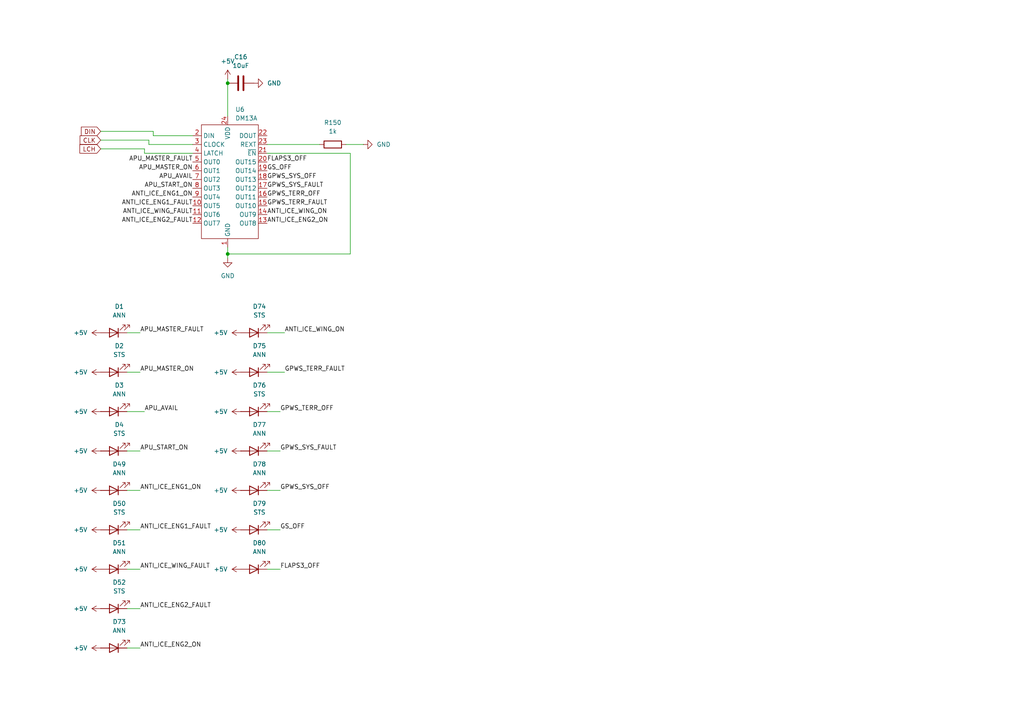
<source format=kicad_sch>
(kicad_sch (version 20231120) (generator "eeschema") (generator_version "8.0")
  (paper "A4")
  (lib_symbols
    (symbol "Custom_Symbols:DM13A"
      (property "Reference" "U" (at -7.62 15.875 0))
      (property "Value" "DM13A" (at 6.35 -19.685 0))
      (symbol "DM13A_0_0"
        (pin power_in line (at 0 -20.955 90) (length 2.54) (name "GND") (number "1"))
        (pin output line (at -10.16 -8.89 0) (length 2.54) (name "OUT5") (number "10"))
        (pin output line (at -10.16 -11.43 0) (length 2.54) (name "OUT6") (number "11"))
        (pin output line (at -10.16 -13.97 0) (length 2.54) (name "OUT7") (number "12"))
        (pin output line (at 11.43 -13.97 180) (length 2.54) (name "OUT8") (number "13"))
        (pin output line (at 11.43 -11.43 180) (length 2.54) (name "OUT9") (number "14"))
        (pin output line (at 11.43 -8.89 180) (length 2.54) (name "OUT10") (number "15"))
        (pin output line (at 11.43 -6.35 180) (length 2.54) (name "OUT11") (number "16"))
        (pin output line (at 11.43 -3.81 180) (length 2.54) (name "OUT12") (number "17"))
        (pin output line (at 11.43 -1.27 180) (length 2.54) (name "OUT13") (number "18"))
        (pin output line (at 11.43 1.27 180) (length 2.54) (name "OUT14") (number "19"))
        (pin input line (at -10.16 11.43 0) (length 2.54) (name "DIN") (number "2"))
        (pin output line (at 11.43 3.81 180) (length 2.54) (name "OUT15") (number "20"))
        (pin input line (at 11.43 6.35 180) (length 2.54) (name "~{EN}") (number "21"))
        (pin output line (at 11.43 11.43 180) (length 2.54) (name "DOUT") (number "22"))
        (pin input line (at 11.43 8.89 180) (length 2.54) (name "REXT") (number "23"))
        (pin power_in line (at 0 17.145 270) (length 2.54) (name "VDD") (number "24"))
        (pin input line (at -10.16 8.89 0) (length 2.54) (name "CLOCK") (number "3"))
        (pin input line (at -10.16 6.35 0) (length 2.54) (name "LATCH") (number "4"))
        (pin output line (at -10.16 3.81 0) (length 2.54) (name "OUT0") (number "5"))
        (pin output line (at -10.16 1.27 0) (length 2.54) (name "OUT1") (number "6"))
        (pin output line (at -10.16 -1.27 0) (length 2.54) (name "OUT2") (number "7"))
        (pin output line (at -10.16 -3.81 0) (length 2.54) (name "OUT3") (number "8"))
        (pin output line (at -10.16 -6.35 0) (length 2.54) (name "OUT4") (number "9"))
      )
      (symbol "DM13A_0_1"
        (rectangle (start -7.62 14.605) (end 8.89 -18.415))
      )
    )
    (symbol "Device:C" (pin_numbers hide) (pin_names (offset 0.254))
      (property "Reference" "C" (at 0.635 2.54 0))
      (property "Value" "C" (at 0.635 -2.54 0))
      (symbol "C_0_1"
        (polyline (pts (xy -2.032 -0.762) (xy 2.032 -0.762)) (stroke (width 0.508)))
        (polyline (pts (xy -2.032 0.762) (xy 2.032 0.762)) (stroke (width 0.508)))
      )
      (symbol "C_1_1"
        (pin passive line (at 0 3.81 270) (length 2.794) (name "~") (number "1"))
        (pin passive line (at 0 -3.81 90) (length 2.794) (name "~") (number "2"))
      )
    )
    (symbol "Device:LED" (pin_numbers hide) (pin_names (offset 1.016) hide)
      (property "Reference" "D" (at 0 2.54 0))
      (property "Value" "LED" (at 0 -2.54 0))
      (symbol "LED_0_1"
        (polyline (pts (xy -1.27 -1.27) (xy -1.27 1.27)) (stroke (width 0.254)))
        (polyline (pts (xy -1.27 0) (xy 1.27 0)))
        (polyline (pts (xy 1.27 -1.27) (xy 1.27 1.27) (xy -1.27 0) (xy 1.27 -1.27)) (stroke (width 0.254)))
        (polyline (pts (xy -3.048 -0.762) (xy -4.572 -2.286) (xy -3.81 -2.286) (xy -4.572 -2.286) (xy -4.572 -1.524)))
        (polyline (pts (xy -1.778 -0.762) (xy -3.302 -2.286) (xy -2.54 -2.286) (xy -3.302 -2.286) (xy -3.302 -1.524)))
      )
      (symbol "LED_1_1"
        (pin passive line (at -3.81 0 0) (length 2.54) (name "K") (number "1"))
        (pin passive line (at 3.81 0 180) (length 2.54) (name "A") (number "2"))
      )
    )
    (symbol "Device:R" (pin_numbers hide) (pin_names (offset 0))
      (property "Reference" "R" (at 2.032 0 90))
      (property "Value" "R" (at 0 0 90))
      (symbol "R_0_1"
        (rectangle (start -1.016 -2.54) (end 1.016 2.54) (stroke (width 0.254)))
      )
      (symbol "R_1_1"
        (pin passive line (at 0 3.81 270) (length 1.27) (name "~") (number "1"))
        (pin passive line (at 0 -3.81 90) (length 1.27) (name "~") (number "2"))
      )
    )
    (symbol "power:+5V" (power) (pin_numbers hide) (pin_names (offset 0) hide)
      (property "Value" "+5V" (at 0 3.556 0))
      (symbol "+5V_0_1"
        (polyline (pts (xy -0.762 1.27) (xy 0 2.54)))
        (polyline (pts (xy 0 0) (xy 0 2.54)))
        (polyline (pts (xy 0 2.54) (xy 0.762 1.27)))
      )
      (symbol "+5V_1_1"
        (pin power_in line (at 0 0 90) (length 0) (name "~") (number "1"))
      )
    )
    (symbol "power:GND" (power) (pin_numbers hide) (pin_names (offset 0) hide)
      (property "Value" "GND" (at 0 -3.81 0))
      (symbol "GND_0_1"
        (polyline (pts (xy 0 0) (xy 0 -1.27) (xy 1.27 -1.27) (xy 0 -2.54) (xy -1.27 -1.27) (xy 0 -1.27)))
      )
      (symbol "GND_1_1"
        (pin power_in line (at 0 0 270) (length 0) (name "~") (number "1"))
      )
    )
  )
  (junction (at 66.04 73.66))
  (junction (at 66.04 24.13))
  (wire (pts (xy 101.6 73.66) (xy 66.04 73.66)))
  (wire (pts (xy 43.18 41.91) (xy 55.88 41.91)))
  (wire (pts (xy 40.64 142.24) (xy 36.83 142.24)))
  (wire (pts (xy 29.21 38.1) (xy 44.45 38.1)))
  (wire (pts (xy 101.6 44.45) (xy 101.6 73.66)))
  (wire (pts (xy 81.28 142.24) (xy 77.47 142.24)))
  (wire (pts (xy 41.91 44.45) (xy 55.88 44.45)))
  (wire (pts (xy 41.91 119.38) (xy 36.83 119.38)))
  (wire (pts (xy 40.64 176.53) (xy 36.83 176.53)))
  (wire (pts (xy 66.04 24.13) (xy 66.04 33.655)))
  (wire (pts (xy 105.41 41.91) (xy 100.33 41.91)))
  (wire (pts (xy 66.04 74.93) (xy 66.04 73.66)))
  (wire (pts (xy 41.91 43.18) (xy 41.91 44.45)))
  (wire (pts (xy 82.55 96.52) (xy 77.47 96.52)))
  (wire (pts (xy 40.64 130.81) (xy 36.83 130.81)))
  (wire (pts (xy 40.64 165.1) (xy 36.83 165.1)))
  (wire (pts (xy 29.21 40.64) (xy 43.18 40.64)))
  (wire (pts (xy 40.64 187.96) (xy 36.83 187.96)))
  (wire (pts (xy 66.04 22.86) (xy 66.04 24.13)))
  (wire (pts (xy 77.47 44.45) (xy 101.6 44.45)))
  (wire (pts (xy 40.64 107.95) (xy 36.83 107.95)))
  (wire (pts (xy 81.28 153.67) (xy 77.47 153.67)))
  (wire (pts (xy 43.18 40.64) (xy 43.18 41.91)))
  (wire (pts (xy 66.04 73.66) (xy 66.04 71.755)))
  (wire (pts (xy 81.28 130.81) (xy 77.47 130.81)))
  (wire (pts (xy 77.47 119.38) (xy 81.28 119.38)))
  (wire (pts (xy 81.28 165.1) (xy 77.47 165.1)))
  (wire (pts (xy 29.21 43.18) (xy 41.91 43.18)))
  (wire (pts (xy 82.55 107.95) (xy 77.47 107.95)))
  (wire (pts (xy 44.45 38.1) (xy 44.45 39.37)))
  (wire (pts (xy 44.45 39.37) (xy 55.88 39.37)))
  (wire (pts (xy 92.71 41.91) (xy 77.47 41.91)))
  (wire (pts (xy 40.64 96.52) (xy 36.83 96.52)))
  (wire (pts (xy 40.64 153.67) (xy 36.83 153.67)))
  (label "GPWS_TERR_OFF" (at 81.28 119.38 0))
  (label "ANTI_ICE_WING_ON" (at 77.47 62.23 0))
  (label "APU_MASTER_ON" (at 55.88 49.53 180))
  (label "ANTI_ICE_WING_FAULT" (at 55.88 62.23 180))
  (label "APU_START_ON" (at 40.64 130.81 0))
  (label "ANTI_ICE_ENG1_ON" (at 55.88 57.15 180))
  (label "FLAPS3_OFF" (at 77.47 46.99 0))
  (label "ANTI_ICE_ENG2_FAULT" (at 40.64 176.53 0))
  (label "GPWS_TERR_OFF" (at 77.47 57.15 0))
  (label "GPWS_SYS_FAULT" (at 81.28 130.81 0))
  (label "FLAPS3_OFF" (at 81.28 165.1 0))
  (label "GPWS_SYS_FAULT" (at 77.47 54.61 0))
  (label "ANTI_ICE_ENG2_ON" (at 77.47 64.77 0))
  (label "ANTI_ICE_ENG1_FAULT" (at 55.88 59.69 180))
  (label "ANTI_ICE_ENG1_ON" (at 40.64 142.24 0))
  (label "GPWS_TERR_FAULT" (at 82.55 107.95 0))
  (label "GS_OFF" (at 77.47 49.53 0))
  (label "GPWS_TERR_FAULT" (at 77.47 59.69 0))
  (label "ANTI_ICE_ENG1_FAULT" (at 40.64 153.67 0))
  (label "GS_OFF" (at 81.28 153.67 0))
  (label "GPWS_SYS_OFF" (at 77.47 52.07 0))
  (label "APU_AVAIL" (at 55.88 52.07 180))
  (label "ANTI_ICE_WING_ON" (at 82.55 96.52 0))
  (label "APU_MASTER_ON" (at 40.64 107.95 0))
  (label "APU_START_ON" (at 55.88 54.61 180))
  (label "APU_AVAIL" (at 41.91 119.38 0))
  (label "APU_MASTER_FAULT" (at 40.64 96.52 0))
  (label "ANTI_ICE_ENG2_ON" (at 40.64 187.96 0))
  (label "GPWS_SYS_OFF" (at 81.28 142.24 0))
  (label "ANTI_ICE_WING_FAULT" (at 40.64 165.1 0))
  (label "APU_MASTER_FAULT" (at 55.88 46.99 180))
  (label "ANTI_ICE_ENG2_FAULT" (at 55.88 64.77 180))
  (global_label "LCH" (shape input) (at 29.21 43.18 180) (property "Intersheetrefs" "${INTERSHEET_REFS}" (effects (hide yes))))
  (global_label "CLK" (shape input) (at 29.21 40.64 180) (property "Intersheetrefs" "${INTERSHEET_REFS}" (effects (hide yes))))
  (global_label "DIN" (shape input) (at 29.21 38.1 180) (property "Intersheetrefs" "${INTERSHEET_REFS}" (effects (hide yes))))
  (symbol (lib_id "Device:LED") (at 33.02 153.67 180) (unit 1)
    (property "Reference" "D50" (at 34.6075 146.05 0))
    (property "Value" "STS" (at 34.6075 148.59 0))
    (property "Footprint" "LED_THT:LED_Rectangular_W3.9mm_H1.8mm_FlatTop" (effects (hide yes)))
    (property "Description" "Light emitting diode" (effects (hide yes)))
  )
  (symbol (lib_id "power:+5V") (at 29.21 165.1 90) (unit 1)
    (property "Reference" "#PWR068" (effects (hide yes)))
    (property "Value" "+5V" (at 25.4 165.0999 90) (effects (justify left)))
    (property "Description" "Power symbol creates a global label with name \"+5V\"" (effects (hide yes)))
  )
  (symbol (lib_id "Device:LED") (at 33.02 107.95 180) (unit 1)
    (property "Reference" "D2" (at 34.6075 100.33 0))
    (property "Value" "STS" (at 34.6075 102.87 0))
    (property "Footprint" "LED_THT:LED_Rectangular_W3.9mm_H1.8mm_FlatTop" (effects (hide yes)))
    (property "Description" "Light emitting diode" (effects (hide yes)))
  )
  (symbol (lib_id "Device:R") (at 96.52 41.91 90) (unit 1)
    (property "Reference" "R150" (at 96.52 35.56 90))
    (property "Value" "1k" (at 96.52 38.1 90))
    (property "Footprint" "Resistor_SMD:R_1206_3216Metric_Pad1.30x1.75mm_HandSolder" (effects (hide yes)))
    (property "Description" "Resistor" (effects (hide yes)))
  )
  (symbol (lib_id "Device:LED") (at 33.02 96.52 180) (unit 1)
    (property "Reference" "D1" (at 34.6075 88.9 0))
    (property "Value" "ANN" (at 34.6075 91.44 0))
    (property "Footprint" "LED_THT:LED_Rectangular_W3.9mm_H1.8mm_FlatTop" (effects (hide yes)))
    (property "Description" "Light emitting diode" (effects (hide yes)))
  )
  (symbol (lib_id "Device:LED") (at 73.66 142.24 180) (unit 1)
    (property "Reference" "D78" (at 75.2475 134.62 0))
    (property "Value" "ANN" (at 75.2475 137.16 0))
    (property "Footprint" "LED_THT:LED_Rectangular_W3.9mm_H1.8mm_FlatTop" (effects (hide yes)))
    (property "Description" "Light emitting diode" (effects (hide yes)))
  )
  (symbol (lib_id "power:+5V") (at 29.21 153.67 90) (unit 1)
    (property "Reference" "#PWR066" (effects (hide yes)))
    (property "Value" "+5V" (at 25.4 153.6699 90) (effects (justify left)))
    (property "Description" "Power symbol creates a global label with name \"+5V\"" (effects (hide yes)))
  )
  (symbol (lib_id "power:GND") (at 73.66 24.13 90) (unit 1)
    (property "Reference" "#PWR0210" (effects (hide yes)))
    (property "Value" "GND" (at 77.47 24.1299 90) (effects (justify right)))
    (property "Description" "Power symbol creates a global label with name \"GND\" , ground" (effects (hide yes)))
  )
  (symbol (lib_id "Device:LED") (at 33.02 130.81 180) (unit 1)
    (property "Reference" "D4" (at 34.6075 123.19 0))
    (property "Value" "STS" (at 34.6075 125.73 0))
    (property "Footprint" "LED_THT:LED_Rectangular_W3.9mm_H1.8mm_FlatTop" (effects (hide yes)))
    (property "Description" "Light emitting diode" (effects (hide yes)))
  )
  (symbol (lib_id "power:+5V") (at 69.85 165.1 90) (unit 1)
    (property "Reference" "#PWR0103" (effects (hide yes)))
    (property "Value" "+5V" (at 66.04 165.0999 90) (effects (justify left)))
    (property "Description" "Power symbol creates a global label with name \"+5V\"" (effects (hide yes)))
  )
  (symbol (lib_id "power:+5V") (at 29.21 176.53 90) (unit 1)
    (property "Reference" "#PWR069" (effects (hide yes)))
    (property "Value" "+5V" (at 25.4 176.5299 90) (effects (justify left)))
    (property "Description" "Power symbol creates a global label with name \"+5V\"" (effects (hide yes)))
  )
  (symbol (lib_id "power:+5V") (at 66.04 22.86 0) (unit 1)
    (property "Reference" "#PWR0208" (effects (hide yes)))
    (property "Value" "+5V" (at 66.04 17.78 0))
    (property "Description" "Power symbol creates a global label with name \"+5V\"" (effects (hide yes)))
  )
  (symbol (lib_id "power:+5V") (at 69.85 119.38 90) (unit 1)
    (property "Reference" "#PWR099" (effects (hide yes)))
    (property "Value" "+5V" (at 66.04 119.3799 90) (effects (justify left)))
    (property "Description" "Power symbol creates a global label with name \"+5V\"" (effects (hide yes)))
  )
  (symbol (lib_id "power:+5V") (at 69.85 142.24 90) (unit 1)
    (property "Reference" "#PWR0101" (effects (hide yes)))
    (property "Value" "+5V" (at 66.04 142.2399 90) (effects (justify left)))
    (property "Description" "Power symbol creates a global label with name \"+5V\"" (effects (hide yes)))
  )
  (symbol (lib_id "Device:LED") (at 33.02 119.38 180) (unit 1)
    (property "Reference" "D3" (at 34.6075 111.76 0))
    (property "Value" "ANN" (at 34.6075 114.3 0))
    (property "Footprint" "LED_THT:LED_Rectangular_W3.9mm_H1.8mm_FlatTop" (effects (hide yes)))
    (property "Description" "Light emitting diode" (effects (hide yes)))
  )
  (symbol (lib_id "Device:LED") (at 73.66 165.1 180) (unit 1)
    (property "Reference" "D80" (at 75.2475 157.48 0))
    (property "Value" "ANN" (at 75.2475 160.02 0))
    (property "Footprint" "LED_THT:LED_Rectangular_W3.9mm_H1.8mm_FlatTop" (effects (hide yes)))
    (property "Description" "Light emitting diode" (effects (hide yes)))
  )
  (symbol (lib_id "power:+5V") (at 69.85 130.81 90) (unit 1)
    (property "Reference" "#PWR0100" (effects (hide yes)))
    (property "Value" "+5V" (at 66.04 130.8099 90) (effects (justify left)))
    (property "Description" "Power symbol creates a global label with name \"+5V\"" (effects (hide yes)))
  )
  (symbol (lib_id "power:+5V") (at 69.85 107.95 90) (unit 1)
    (property "Reference" "#PWR098" (effects (hide yes)))
    (property "Value" "+5V" (at 66.04 107.9499 90) (effects (justify left)))
    (property "Description" "Power symbol creates a global label with name \"+5V\"" (effects (hide yes)))
  )
  (symbol (lib_id "Device:LED") (at 73.66 153.67 180) (unit 1)
    (property "Reference" "D79" (at 75.2475 146.05 0))
    (property "Value" "STS" (at 75.2475 148.59 0))
    (property "Footprint" "LED_THT:LED_Rectangular_W3.9mm_H1.8mm_FlatTop" (effects (hide yes)))
    (property "Description" "Light emitting diode" (effects (hide yes)))
  )
  (symbol (lib_id "power:+5V") (at 29.21 142.24 90) (unit 1)
    (property "Reference" "#PWR065" (effects (hide yes)))
    (property "Value" "+5V" (at 25.4 142.2399 90) (effects (justify left)))
    (property "Description" "Power symbol creates a global label with name \"+5V\"" (effects (hide yes)))
  )
  (symbol (lib_id "Device:LED") (at 33.02 187.96 180) (unit 1)
    (property "Reference" "D73" (at 34.6075 180.34 0))
    (property "Value" "ANN" (at 34.6075 182.88 0))
    (property "Footprint" "LED_THT:LED_Rectangular_W3.9mm_H1.8mm_FlatTop" (effects (hide yes)))
    (property "Description" "Light emitting diode" (effects (hide yes)))
  )
  (symbol (lib_id "Device:LED") (at 73.66 96.52 180) (unit 1)
    (property "Reference" "D74" (at 75.2475 88.9 0))
    (property "Value" "STS" (at 75.2475 91.44 0))
    (property "Footprint" "LED_THT:LED_Rectangular_W3.9mm_H1.8mm_FlatTop" (effects (hide yes)))
    (property "Description" "Light emitting diode" (effects (hide yes)))
  )
  (symbol (lib_id "Device:LED") (at 73.66 119.38 180) (unit 1)
    (property "Reference" "D76" (at 75.2475 111.76 0))
    (property "Value" "STS" (at 75.2475 114.3 0))
    (property "Footprint" "LED_THT:LED_Rectangular_W3.9mm_H1.8mm_FlatTop" (effects (hide yes)))
    (property "Description" "Light emitting diode" (effects (hide yes)))
  )
  (symbol (lib_id "Device:LED") (at 73.66 130.81 180) (unit 1)
    (property "Reference" "D77" (at 75.2475 123.19 0))
    (property "Value" "ANN" (at 75.2475 125.73 0))
    (property "Footprint" "LED_THT:LED_Rectangular_W3.9mm_H1.8mm_FlatTop" (effects (hide yes)))
    (property "Description" "Light emitting diode" (effects (hide yes)))
  )
  (symbol (lib_id "Device:C") (at 69.85 24.13 90) (unit 1)
    (property "Reference" "C16" (at 69.85 16.51 90))
    (property "Value" "10uF" (at 69.85 19.05 90))
    (property "Footprint" "Capacitor_SMD:C_1206_3216Metric_Pad1.33x1.80mm_HandSolder" (effects (hide yes)))
    (property "Description" "Unpolarized capacitor" (effects (hide yes)))
  )
  (symbol (lib_id "power:+5V") (at 29.21 107.95 90) (unit 1)
    (property "Reference" "#PWR03" (effects (hide yes)))
    (property "Value" "+5V" (at 25.4 107.9499 90) (effects (justify left)))
    (property "Description" "Power symbol creates a global label with name \"+5V\"" (effects (hide yes)))
  )
  (symbol (lib_id "power:+5V") (at 29.21 96.52 90) (unit 1)
    (property "Reference" "#PWR02" (effects (hide yes)))
    (property "Value" "+5V" (at 25.4 96.5199 90) (effects (justify left)))
    (property "Description" "Power symbol creates a global label with name \"+5V\"" (effects (hide yes)))
  )
  (symbol (lib_id "Device:LED") (at 33.02 142.24 180) (unit 1)
    (property "Reference" "D49" (at 34.6075 134.62 0))
    (property "Value" "ANN" (at 34.6075 137.16 0))
    (property "Footprint" "LED_THT:LED_Rectangular_W3.9mm_H1.8mm_FlatTop" (effects (hide yes)))
    (property "Description" "Light emitting diode" (effects (hide yes)))
  )
  (symbol (lib_id "Device:LED") (at 33.02 176.53 180) (unit 1)
    (property "Reference" "D52" (at 34.6075 168.91 0))
    (property "Value" "STS" (at 34.6075 171.45 0))
    (property "Footprint" "LED_THT:LED_Rectangular_W3.9mm_H1.8mm_FlatTop" (effects (hide yes)))
    (property "Description" "Light emitting diode" (effects (hide yes)))
  )
  (symbol (lib_id "Custom_Symbols:DM13A") (at 66.04 50.8 0) (unit 1)
    (property "Reference" "U6" (at 68.2341 31.75 0) (effects (justify left)))
    (property "Value" "DM13A" (at 68.2341 34.29 0) (effects (justify left)))
    (property "Footprint" "Package_SO:SSOP-24_3.9x8.7mm_P0.635mm" (effects (hide yes)))
    (property "Description" "15-bit constant current LED driver" (effects (hide yes)))
  )
  (symbol (lib_id "Device:LED") (at 33.02 165.1 180) (unit 1)
    (property "Reference" "D51" (at 34.6075 157.48 0))
    (property "Value" "ANN" (at 34.6075 160.02 0))
    (property "Footprint" "LED_THT:LED_Rectangular_W3.9mm_H1.8mm_FlatTop" (effects (hide yes)))
    (property "Description" "Light emitting diode" (effects (hide yes)))
  )
  (symbol (lib_id "Device:LED") (at 73.66 107.95 180) (unit 1)
    (property "Reference" "D75" (at 75.2475 100.33 0))
    (property "Value" "ANN" (at 75.2475 102.87 0))
    (property "Footprint" "LED_THT:LED_Rectangular_W3.9mm_H1.8mm_FlatTop" (effects (hide yes)))
    (property "Description" "Light emitting diode" (effects (hide yes)))
  )
  (symbol (lib_id "power:+5V") (at 69.85 96.52 90) (unit 1)
    (property "Reference" "#PWR096" (effects (hide yes)))
    (property "Value" "+5V" (at 66.04 96.5199 90) (effects (justify left)))
    (property "Description" "Power symbol creates a global label with name \"+5V\"" (effects (hide yes)))
  )
  (symbol (lib_id "power:+5V") (at 29.21 187.96 90) (unit 1)
    (property "Reference" "#PWR095" (effects (hide yes)))
    (property "Value" "+5V" (at 25.4 187.9599 90) (effects (justify left)))
    (property "Description" "Power symbol creates a global label with name \"+5V\"" (effects (hide yes)))
  )
  (symbol (lib_id "power:GND") (at 66.04 74.93 0) (unit 1)
    (property "Reference" "#PWR0209" (effects (hide yes)))
    (property "Value" "GND" (at 66.04 80.01 0))
    (property "Description" "Power symbol creates a global label with name \"GND\" , ground" (effects (hide yes)))
  )
  (symbol (lib_id "power:+5V") (at 29.21 130.81 90) (unit 1)
    (property "Reference" "#PWR06" (effects (hide yes)))
    (property "Value" "+5V" (at 25.4 130.8099 90) (effects (justify left)))
    (property "Description" "Power symbol creates a global label with name \"+5V\"" (effects (hide yes)))
  )
  (symbol (lib_id "power:+5V") (at 29.21 119.38 90) (unit 1)
    (property "Reference" "#PWR05" (effects (hide yes)))
    (property "Value" "+5V" (at 25.4 119.3799 90) (effects (justify left)))
    (property "Description" "Power symbol creates a global label with name \"+5V\"" (effects (hide yes)))
  )
  (symbol (lib_id "power:+5V") (at 69.85 153.67 90) (unit 1)
    (property "Reference" "#PWR0102" (effects (hide yes)))
    (property "Value" "+5V" (at 66.04 153.6699 90) (effects (justify left)))
    (property "Description" "Power symbol creates a global label with name \"+5V\"" (effects (hide yes)))
  )
  (symbol (lib_id "power:GND") (at 105.41 41.91 90) (unit 1)
    (property "Reference" "#PWR0211" (effects (hide yes)))
    (property "Value" "GND" (at 109.22 41.9099 90) (effects (justify right)))
    (property "Description" "Power symbol creates a global label with name \"GND\" , ground" (effects (hide yes)))
  )
)
</source>
